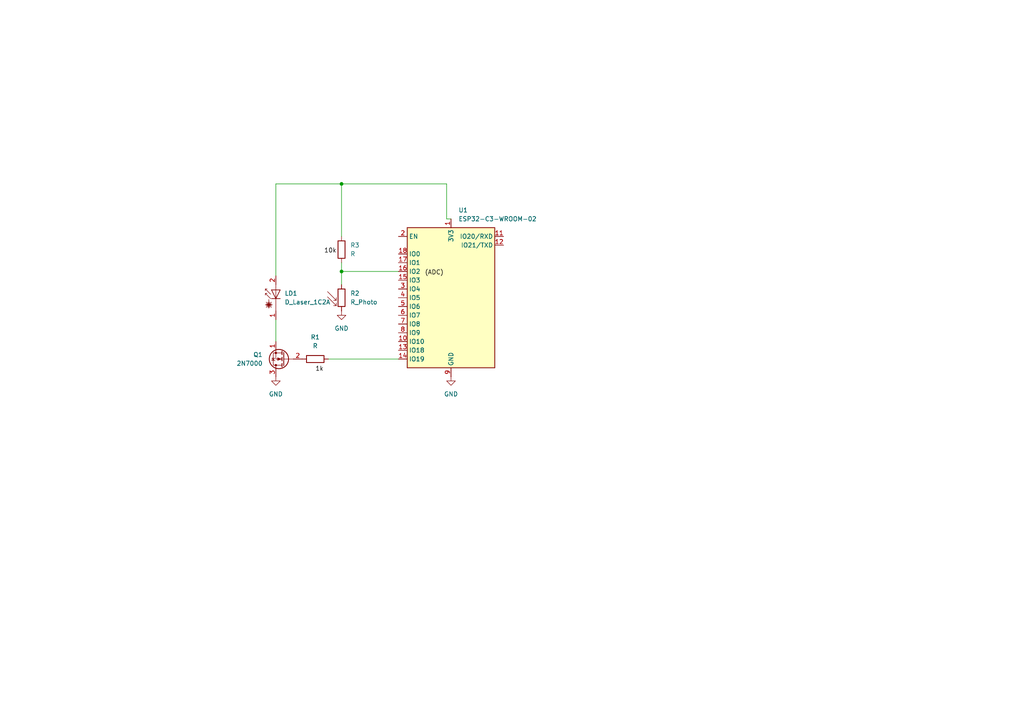
<source format=kicad_sch>
(kicad_sch (version 20250114) (generator "eeschema") (generator_version "9.0")
  (paper "A4")
  (lib_symbols
    (symbol "Device:D_Laser_1C2A" (pin_names (offset 1.016) (hide yes))
      (property "Reference" "LD" (at -1.27 4.445 0))
      (property "Value" "D_Laser_1C2A" (at -1.27 -2.54 0))
      (symbol "D_Laser_1C2A_0_1"
        (polyline (pts (xy -4.064 2.794) (xy -2.54 1.27)))
        (polyline (pts (xy -4.064 2.286) (xy -2.54 1.778)))
        (polyline (pts (xy -4.064 1.778) (xy -2.54 2.286)))
        (polyline (pts (xy -4.064 1.27) (xy -2.54 2.794)))
        (polyline (pts (xy -3.556 2.794) (xy -3.048 1.27)))
        (polyline (pts (xy -3.302 2.032) (xy -3.302 3.048)))
        (polyline (pts (xy -3.302 2.032) (xy -3.302 1.016)))
        (polyline (pts (xy -3.048 2.794) (xy -3.556 1.27)))
        (polyline (pts (xy -1.778 2.032) (xy -4.318 2.032)))
        (polyline (pts (xy -1.524 1.524) (xy 0 3.048) (xy 0 2.54) (xy 0 3.048) (xy -0.508 3.048)))
        (polyline (pts (xy -1.524 1.27) (xy -1.524 -1.27)) (stroke (width 0.2032)))
        (polyline (pts (xy -0.254 1.524) (xy 1.27 3.048) (xy 1.27 2.54)))
        (polyline (pts (xy 1.016 1.27) (xy 1.016 -1.27) (xy -1.524 0) (xy 1.016 1.27)) (stroke (width 0.2032)))
        (polyline (pts (xy 1.27 3.048) (xy 0.762 3.048)))
        (polyline (pts (xy 2.54 0) (xy -5.08 0)))
      )
      (symbol "D_Laser_1C2A_1_1"
        (pin passive line (at -7.62 0 0) (length 2.54) (name "K") (number "1"))
        (pin passive line (at 5.08 0 180) (length 2.54) (name "A") (number "2"))
      )
    )
    (symbol "Device:R" (pin_numbers (hide yes)) (pin_names (offset 0))
      (property "Reference" "R" (at 2.032 0 90))
      (property "Value" "R" (at 0 0 90))
      (symbol "R_0_1"
        (rectangle (start -1.016 -2.54) (end 1.016 2.54) (stroke (width 0.254)))
      )
      (symbol "R_1_1"
        (pin passive line (at 0 3.81 270) (length 1.27) (name "~") (number "1"))
        (pin passive line (at 0 -3.81 90) (length 1.27) (name "~") (number "2"))
      )
    )
    (symbol "Device:R_Photo" (pin_numbers (hide yes)) (pin_names (offset 0))
      (property "Reference" "R" (at 1.27 1.27 0))
      (property "Value" "R_Photo" (at 1.27 0 0))
      (symbol "R_Photo_0_1"
        (polyline (pts (xy -1.524 -0.762) (xy -4.064 1.778)))
        (polyline (pts (xy -1.524 -0.762) (xy -2.286 -0.762)))
        (polyline (pts (xy -1.524 -0.762) (xy -1.524 0)))
        (polyline (pts (xy -1.524 -2.286) (xy -4.064 0.254)))
        (polyline (pts (xy -1.524 -2.286) (xy -2.286 -2.286)))
        (polyline (pts (xy -1.524 -2.286) (xy -1.524 -1.524)))
        (rectangle (start -1.016 2.54) (end 1.016 -2.54) (stroke (width 0.254)))
      )
      (symbol "R_Photo_1_1"
        (pin passive line (at 0 3.81 270) (length 1.27) (name "~") (number "1"))
        (pin passive line (at 0 -3.81 90) (length 1.27) (name "~") (number "2"))
      )
    )
    (symbol "RF_Module:ESP32-C3-WROOM-02"
      (property "Reference" "U" (at -12.192 21.336 0))
      (property "Value" "ESP32-C3-WROOM-02" (at 12.192 21.336 0))
      (symbol "ESP32-C3-WROOM-02_1_1"
        (rectangle (start -12.7 20.32) (end 12.7 -20.32) (stroke (width 0.254)) (fill (type background)))
        (pin input line (at -15.24 17.78 0) (length 2.54) (name "EN") (number "2"))
        (pin bidirectional line (at -15.24 12.7 0) (length 2.54) (name "IO0") (number "18"))
        (pin bidirectional line (at -15.24 10.16 0) (length 2.54) (name "IO1") (number "17"))
        (pin bidirectional line (at -15.24 7.62 0) (length 2.54) (name "IO2") (number "16"))
        (pin bidirectional line (at -15.24 5.08 0) (length 2.54) (name "IO3") (number "15"))
        (pin bidirectional line (at -15.24 2.54 0) (length 2.54) (name "IO4") (number "3"))
        (pin bidirectional line (at -15.24 0 0) (length 2.54) (name "IO5") (number "4"))
        (pin bidirectional line (at -15.24 -2.54 0) (length 2.54) (name "IO6") (number "5"))
        (pin bidirectional line (at -15.24 -5.08 0) (length 2.54) (name "IO7") (number "6"))
        (pin bidirectional line (at -15.24 -7.62 0) (length 2.54) (name "IO8") (number "7"))
        (pin bidirectional line (at -15.24 -10.16 0) (length 2.54) (name "IO9") (number "8"))
        (pin bidirectional line (at -15.24 -12.7 0) (length 2.54) (name "IO10") (number "10"))
        (pin bidirectional line (at -15.24 -15.24 0) (length 2.54) (name "IO18") (number "13"))
        (pin bidirectional line (at -15.24 -17.78 0) (length 2.54) (name "IO19") (number "14"))
        (pin power_in line (at 0 22.86 270) (length 2.54) (name "3V3") (number "1"))
        (pin passive line (at 0 -22.86 90) (length 2.54) (hide yes) (name "GND") (number "19"))
        (pin power_in line (at 0 -22.86 90) (length 2.54) (name "GND") (number "9"))
        (pin bidirectional line (at 15.24 17.78 180) (length 2.54) (name "IO20/RXD") (number "11"))
        (pin bidirectional line (at 15.24 15.24 180) (length 2.54) (name "IO21/TXD") (number "12"))
      )
    )
    (symbol "Transistor_FET:2N7000" (pin_names (hide yes))
      (property "Reference" "Q" (at 5.08 1.905 0))
      (property "Value" "2N7000" (at 5.08 0 0))
      (symbol "2N7000_0_1"
        (polyline (pts (xy 0.254 1.905) (xy 0.254 -1.905)) (stroke (width 0.254)))
        (polyline (pts (xy 0.254 0) (xy -2.54 0)))
        (polyline (pts (xy 0.762 2.286) (xy 0.762 1.27)) (stroke (width 0.254)))
        (polyline (pts (xy 0.762 0.508) (xy 0.762 -0.508)) (stroke (width 0.254)))
        (polyline (pts (xy 0.762 -1.27) (xy 0.762 -2.286)) (stroke (width 0.254)))
        (polyline (pts (xy 0.762 -1.778) (xy 3.302 -1.778) (xy 3.302 1.778) (xy 0.762 1.778)))
        (polyline (pts (xy 1.016 0) (xy 2.032 0.381) (xy 2.032 -0.381) (xy 1.016 0)) (fill (type outline)))
        (circle (center 1.651 0) (radius 2.794) (stroke (width 0.254)))
        (polyline (pts (xy 2.54 2.54) (xy 2.54 1.778)))
        (circle (center 2.54 1.778) (radius 0.254) (fill (type outline)))
        (circle (center 2.54 -1.778) (radius 0.254) (fill (type outline)))
        (polyline (pts (xy 2.54 -2.54) (xy 2.54 0) (xy 0.762 0)))
        (polyline (pts (xy 2.794 0.508) (xy 2.921 0.381) (xy 3.683 0.381) (xy 3.81 0.254)))
        (polyline (pts (xy 3.302 0.381) (xy 2.921 -0.254) (xy 3.683 -0.254) (xy 3.302 0.381)))
      )
      (symbol "2N7000_1_1"
        (pin input line (at -5.08 0 0) (length 2.54) (name "G") (number "2"))
        (pin passive line (at 2.54 5.08 270) (length 2.54) (name "D") (number "3"))
        (pin passive line (at 2.54 -5.08 90) (length 2.54) (name "S") (number "1"))
      )
    )
    (symbol "power:GND" (power) (pin_numbers (hide yes)) (pin_names (offset 0) (hide yes))
      (property "Value" "GND" (at 0 -3.81 0))
      (symbol "GND_0_1"
        (polyline (pts (xy 0 0) (xy 0 -1.27) (xy 1.27 -1.27) (xy 0 -2.54) (xy -1.27 -1.27) (xy 0 -1.27)))
      )
      (symbol "GND_1_1"
        (pin power_in line (at 0 0 270) (length 0) (name "~") (number "1"))
      )
    )
  )
  (junction (at 99.06 78.74))
  (junction (at 99.06 53.34))
  (wire (pts (xy 99.06 78.74) (xy 115.57 78.74)))
  (wire (pts (xy 80.01 92.71) (xy 80.01 99.06)))
  (wire (pts (xy 99.06 76.2) (xy 99.06 78.74)))
  (wire (pts (xy 80.01 53.34) (xy 80.01 80.01)))
  (wire (pts (xy 129.54 53.34) (xy 99.06 53.34)))
  (wire (pts (xy 129.54 63.5) (xy 130.81 63.5)))
  (wire (pts (xy 129.54 53.34) (xy 129.54 63.5)))
  (wire (pts (xy 99.06 53.34) (xy 80.01 53.34)))
  (wire (pts (xy 99.06 53.34) (xy 99.06 68.58)))
  (wire (pts (xy 95.25 104.14) (xy 115.57 104.14)))
  (wire (pts (xy 99.06 78.74) (xy 99.06 82.55)))
  (label "10k" (at 93.98 73.66 0))
  (label "(ADC)" (at 123.19 80.01 0))
  (label "1k" (at 91.44 107.95 0))
  (symbol (lib_id "RF_Module:ESP32-C3-WROOM-02") (at 130.81 86.36 0) (unit 1)
    (property "Reference" "U1" (at 132.9533 60.96 0) (effects (justify left)))
    (property "Value" "ESP32-C3-WROOM-02" (at 132.9533 63.5 0) (effects (justify left)))
    (property "Footprint" "RF_Module:ESP32-C3-WROOM-02" (effects (hide yes)))
    (property "Datasheet" "https://www.espressif.com/sites/default/files/documentation/esp32-c3-wroom-02_datasheet_en.pdf" (effects (hide yes)))
    (property "Description" "802.11 b/g/n Wi­Fi and Bluetooth 5 module, ESP32­C3 SoC, RISC­V microprocessor, On-board antenna" (effects (hide yes)))
  )
  (symbol (lib_id "Device:R") (at 91.44 104.14 90) (unit 1)
    (property "Reference" "R1" (at 91.44 97.79 90))
    (property "Value" "R" (at 91.44 100.33 90))
    (property "Description" "Resistor" (effects (hide yes)))
  )
  (symbol (lib_id "power:GND") (at 80.01 109.22 0) (unit 1)
    (property "Reference" "#PWR01" (effects (hide yes)))
    (property "Value" "GND" (at 80.01 114.3 0))
    (property "Description" "Power symbol creates a global label with name \"GND\" , ground" (effects (hide yes)))
  )
  (symbol (lib_id "Device:D_Laser_1C2A") (at 80.01 85.09 90) (unit 1)
    (property "Reference" "LD1" (at 82.55 85.0899 90) (effects (justify right)))
    (property "Value" "D_Laser_1C2A" (at 82.55 87.6299 90) (effects (justify right)))
    (property "Description" "Laser diode, cathode on pin 1, anode on pin 2" (effects (hide yes)))
  )
  (symbol (lib_id "Device:R_Photo") (at 99.06 86.36 0) (unit 1)
    (property "Reference" "R2" (at 101.6 85.0899 0) (effects (justify left)))
    (property "Value" "R_Photo" (at 101.6 87.6299 0) (effects (justify left)))
    (property "Description" "Photoresistor" (effects (hide yes)))
  )
  (symbol (lib_id "Transistor_FET:2N7000") (at 82.55 104.14 180) (unit 1)
    (property "Reference" "Q1" (at 76.2 102.8699 0) (effects (justify left)))
    (property "Value" "2N7000" (at 76.2 105.4099 0) (effects (justify left)))
    (property "Footprint" "Package_TO_SOT_THT:TO-92_Inline" (effects (hide yes)))
    (property "Datasheet" "https://www.vishay.com/docs/70226/70226.pdf" (effects (hide yes)))
    (property "Description" "0.2A Id, 200V Vds, N-Channel MOSFET, 2.6V Logic Level, TO-92" (effects (hide yes)))
  )
  (symbol (lib_id "power:GND") (at 99.06 90.17 0) (unit 1)
    (property "Reference" "#PWR02" (effects (hide yes)))
    (property "Value" "GND" (at 99.06 95.25 0))
    (property "Description" "Power symbol creates a global label with name \"GND\" , ground" (effects (hide yes)))
  )
  (symbol (lib_id "Device:R") (at 99.06 72.39 0) (unit 1)
    (property "Reference" "R3" (at 101.6 71.1199 0) (effects (justify left)))
    (property "Value" "R" (at 101.6 73.6599 0) (effects (justify left)))
    (property "Description" "Resistor" (effects (hide yes)))
  )
  (symbol (lib_id "power:GND") (at 130.81 109.22 0) (unit 1)
    (property "Reference" "#PWR03" (effects (hide yes)))
    (property "Value" "GND" (at 130.81 114.3 0))
    (property "Description" "Power symbol creates a global label with name \"GND\" , ground" (effects (hide yes)))
  )
)
</source>
